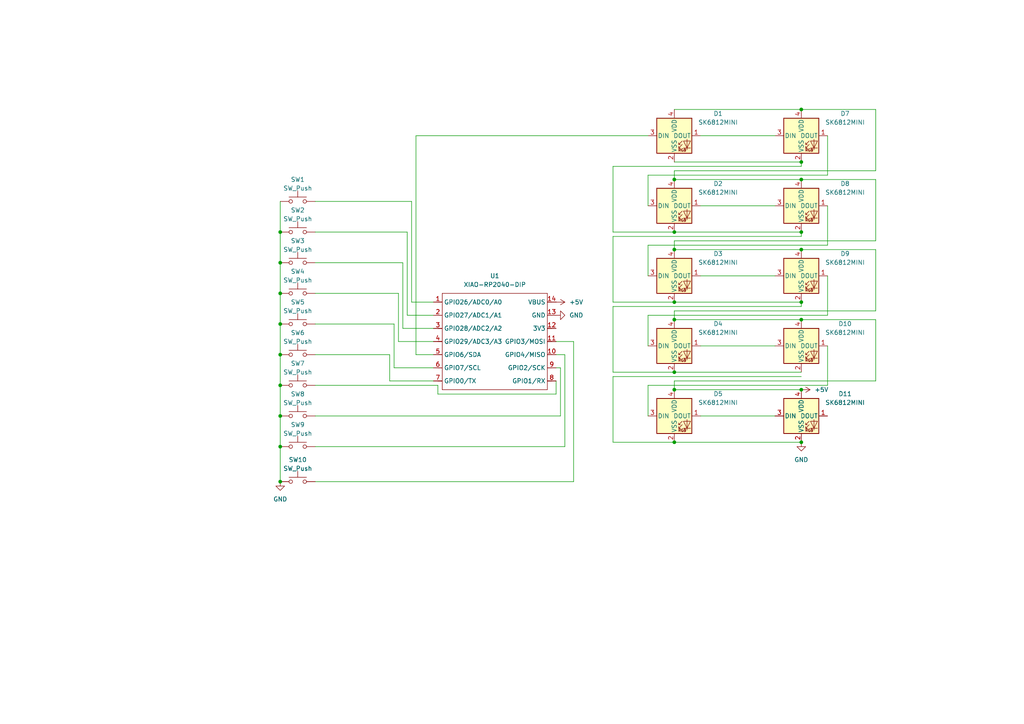
<source format=kicad_sch>
(kicad_sch
	(version 20250114)
	(generator "eeschema")
	(generator_version "9.0")
	(uuid "cac474f4-36ee-4cf7-bc98-e016767be2a6")
	(paper "A4")
	(lib_symbols
		(symbol "LED:SK6812MINI"
			(pin_names
				(offset 0.254)
			)
			(exclude_from_sim no)
			(in_bom yes)
			(on_board yes)
			(property "Reference" "D"
				(at 5.08 5.715 0)
				(effects
					(font
						(size 1.27 1.27)
					)
					(justify right bottom)
				)
			)
			(property "Value" "SK6812MINI"
				(at 1.27 -5.715 0)
				(effects
					(font
						(size 1.27 1.27)
					)
					(justify left top)
				)
			)
			(property "Footprint" "LED_SMD:LED_SK6812MINI_PLCC4_3.5x3.5mm_P1.75mm"
				(at 1.27 -7.62 0)
				(effects
					(font
						(size 1.27 1.27)
					)
					(justify left top)
					(hide yes)
				)
			)
			(property "Datasheet" "https://cdn-shop.adafruit.com/product-files/2686/SK6812MINI_REV.01-1-2.pdf"
				(at 2.54 -9.525 0)
				(effects
					(font
						(size 1.27 1.27)
					)
					(justify left top)
					(hide yes)
				)
			)
			(property "Description" "RGB LED with integrated controller"
				(at 0 0 0)
				(effects
					(font
						(size 1.27 1.27)
					)
					(hide yes)
				)
			)
			(property "ki_keywords" "RGB LED NeoPixel Mini addressable"
				(at 0 0 0)
				(effects
					(font
						(size 1.27 1.27)
					)
					(hide yes)
				)
			)
			(property "ki_fp_filters" "LED*SK6812MINI*PLCC*3.5x3.5mm*P1.75mm*"
				(at 0 0 0)
				(effects
					(font
						(size 1.27 1.27)
					)
					(hide yes)
				)
			)
			(symbol "SK6812MINI_0_0"
				(text "RGB"
					(at 2.286 -4.191 0)
					(effects
						(font
							(size 0.762 0.762)
						)
					)
				)
			)
			(symbol "SK6812MINI_0_1"
				(polyline
					(pts
						(xy 1.27 -2.54) (xy 1.778 -2.54)
					)
					(stroke
						(width 0)
						(type default)
					)
					(fill
						(type none)
					)
				)
				(polyline
					(pts
						(xy 1.27 -3.556) (xy 1.778 -3.556)
					)
					(stroke
						(width 0)
						(type default)
					)
					(fill
						(type none)
					)
				)
				(polyline
					(pts
						(xy 2.286 -1.524) (xy 1.27 -2.54) (xy 1.27 -2.032)
					)
					(stroke
						(width 0)
						(type default)
					)
					(fill
						(type none)
					)
				)
				(polyline
					(pts
						(xy 2.286 -2.54) (xy 1.27 -3.556) (xy 1.27 -3.048)
					)
					(stroke
						(width 0)
						(type default)
					)
					(fill
						(type none)
					)
				)
				(polyline
					(pts
						(xy 3.683 -1.016) (xy 3.683 -3.556) (xy 3.683 -4.064)
					)
					(stroke
						(width 0)
						(type default)
					)
					(fill
						(type none)
					)
				)
				(polyline
					(pts
						(xy 4.699 -1.524) (xy 2.667 -1.524) (xy 3.683 -3.556) (xy 4.699 -1.524)
					)
					(stroke
						(width 0)
						(type default)
					)
					(fill
						(type none)
					)
				)
				(polyline
					(pts
						(xy 4.699 -3.556) (xy 2.667 -3.556)
					)
					(stroke
						(width 0)
						(type default)
					)
					(fill
						(type none)
					)
				)
				(rectangle
					(start 5.08 5.08)
					(end -5.08 -5.08)
					(stroke
						(width 0.254)
						(type default)
					)
					(fill
						(type background)
					)
				)
			)
			(symbol "SK6812MINI_1_1"
				(pin input line
					(at -7.62 0 0)
					(length 2.54)
					(name "DIN"
						(effects
							(font
								(size 1.27 1.27)
							)
						)
					)
					(number "3"
						(effects
							(font
								(size 1.27 1.27)
							)
						)
					)
				)
				(pin power_in line
					(at 0 7.62 270)
					(length 2.54)
					(name "VDD"
						(effects
							(font
								(size 1.27 1.27)
							)
						)
					)
					(number "4"
						(effects
							(font
								(size 1.27 1.27)
							)
						)
					)
				)
				(pin power_in line
					(at 0 -7.62 90)
					(length 2.54)
					(name "VSS"
						(effects
							(font
								(size 1.27 1.27)
							)
						)
					)
					(number "2"
						(effects
							(font
								(size 1.27 1.27)
							)
						)
					)
				)
				(pin output line
					(at 7.62 0 180)
					(length 2.54)
					(name "DOUT"
						(effects
							(font
								(size 1.27 1.27)
							)
						)
					)
					(number "1"
						(effects
							(font
								(size 1.27 1.27)
							)
						)
					)
				)
			)
			(embedded_fonts no)
		)
		(symbol "Seeed_Studio_XIAO_Series:XIAO-RP2040-DIP"
			(exclude_from_sim no)
			(in_bom yes)
			(on_board yes)
			(property "Reference" "U"
				(at 0 0 0)
				(effects
					(font
						(size 1.27 1.27)
					)
				)
			)
			(property "Value" "XIAO-RP2040-DIP"
				(at 5.334 -1.778 0)
				(effects
					(font
						(size 1.27 1.27)
					)
				)
			)
			(property "Footprint" "Module:MOUDLE14P-XIAO-DIP-SMD"
				(at 14.478 -32.258 0)
				(effects
					(font
						(size 1.27 1.27)
					)
					(hide yes)
				)
			)
			(property "Datasheet" ""
				(at 0 0 0)
				(effects
					(font
						(size 1.27 1.27)
					)
					(hide yes)
				)
			)
			(property "Description" ""
				(at 0 0 0)
				(effects
					(font
						(size 1.27 1.27)
					)
					(hide yes)
				)
			)
			(symbol "XIAO-RP2040-DIP_1_0"
				(polyline
					(pts
						(xy -1.27 -2.54) (xy 29.21 -2.54)
					)
					(stroke
						(width 0.1524)
						(type solid)
					)
					(fill
						(type none)
					)
				)
				(polyline
					(pts
						(xy -1.27 -5.08) (xy -2.54 -5.08)
					)
					(stroke
						(width 0.1524)
						(type solid)
					)
					(fill
						(type none)
					)
				)
				(polyline
					(pts
						(xy -1.27 -5.08) (xy -1.27 -2.54)
					)
					(stroke
						(width 0.1524)
						(type solid)
					)
					(fill
						(type none)
					)
				)
				(polyline
					(pts
						(xy -1.27 -8.89) (xy -2.54 -8.89)
					)
					(stroke
						(width 0.1524)
						(type solid)
					)
					(fill
						(type none)
					)
				)
				(polyline
					(pts
						(xy -1.27 -8.89) (xy -1.27 -5.08)
					)
					(stroke
						(width 0.1524)
						(type solid)
					)
					(fill
						(type none)
					)
				)
				(polyline
					(pts
						(xy -1.27 -12.7) (xy -2.54 -12.7)
					)
					(stroke
						(width 0.1524)
						(type solid)
					)
					(fill
						(type none)
					)
				)
				(polyline
					(pts
						(xy -1.27 -12.7) (xy -1.27 -8.89)
					)
					(stroke
						(width 0.1524)
						(type solid)
					)
					(fill
						(type none)
					)
				)
				(polyline
					(pts
						(xy -1.27 -16.51) (xy -2.54 -16.51)
					)
					(stroke
						(width 0.1524)
						(type solid)
					)
					(fill
						(type none)
					)
				)
				(polyline
					(pts
						(xy -1.27 -16.51) (xy -1.27 -12.7)
					)
					(stroke
						(width 0.1524)
						(type solid)
					)
					(fill
						(type none)
					)
				)
				(polyline
					(pts
						(xy -1.27 -20.32) (xy -2.54 -20.32)
					)
					(stroke
						(width 0.1524)
						(type solid)
					)
					(fill
						(type none)
					)
				)
				(polyline
					(pts
						(xy -1.27 -24.13) (xy -2.54 -24.13)
					)
					(stroke
						(width 0.1524)
						(type solid)
					)
					(fill
						(type none)
					)
				)
				(polyline
					(pts
						(xy -1.27 -27.94) (xy -2.54 -27.94)
					)
					(stroke
						(width 0.1524)
						(type solid)
					)
					(fill
						(type none)
					)
				)
				(polyline
					(pts
						(xy -1.27 -30.48) (xy -1.27 -16.51)
					)
					(stroke
						(width 0.1524)
						(type solid)
					)
					(fill
						(type none)
					)
				)
				(polyline
					(pts
						(xy 29.21 -2.54) (xy 29.21 -5.08)
					)
					(stroke
						(width 0.1524)
						(type solid)
					)
					(fill
						(type none)
					)
				)
				(polyline
					(pts
						(xy 29.21 -5.08) (xy 29.21 -8.89)
					)
					(stroke
						(width 0.1524)
						(type solid)
					)
					(fill
						(type none)
					)
				)
				(polyline
					(pts
						(xy 29.21 -8.89) (xy 29.21 -12.7)
					)
					(stroke
						(width 0.1524)
						(type solid)
					)
					(fill
						(type none)
					)
				)
				(polyline
					(pts
						(xy 29.21 -12.7) (xy 29.21 -30.48)
					)
					(stroke
						(width 0.1524)
						(type solid)
					)
					(fill
						(type none)
					)
				)
				(polyline
					(pts
						(xy 29.21 -30.48) (xy -1.27 -30.48)
					)
					(stroke
						(width 0.1524)
						(type solid)
					)
					(fill
						(type none)
					)
				)
				(polyline
					(pts
						(xy 30.48 -5.08) (xy 29.21 -5.08)
					)
					(stroke
						(width 0.1524)
						(type solid)
					)
					(fill
						(type none)
					)
				)
				(polyline
					(pts
						(xy 30.48 -8.89) (xy 29.21 -8.89)
					)
					(stroke
						(width 0.1524)
						(type solid)
					)
					(fill
						(type none)
					)
				)
				(polyline
					(pts
						(xy 30.48 -12.7) (xy 29.21 -12.7)
					)
					(stroke
						(width 0.1524)
						(type solid)
					)
					(fill
						(type none)
					)
				)
				(polyline
					(pts
						(xy 30.48 -16.51) (xy 29.21 -16.51)
					)
					(stroke
						(width 0.1524)
						(type solid)
					)
					(fill
						(type none)
					)
				)
				(polyline
					(pts
						(xy 30.48 -20.32) (xy 29.21 -20.32)
					)
					(stroke
						(width 0.1524)
						(type solid)
					)
					(fill
						(type none)
					)
				)
				(polyline
					(pts
						(xy 30.48 -24.13) (xy 29.21 -24.13)
					)
					(stroke
						(width 0.1524)
						(type solid)
					)
					(fill
						(type none)
					)
				)
				(polyline
					(pts
						(xy 30.48 -27.94) (xy 29.21 -27.94)
					)
					(stroke
						(width 0.1524)
						(type solid)
					)
					(fill
						(type none)
					)
				)
				(pin passive line
					(at -3.81 -5.08 0)
					(length 2.54)
					(name "GPIO26/ADC0/A0"
						(effects
							(font
								(size 1.27 1.27)
							)
						)
					)
					(number "1"
						(effects
							(font
								(size 1.27 1.27)
							)
						)
					)
				)
				(pin passive line
					(at -3.81 -8.89 0)
					(length 2.54)
					(name "GPIO27/ADC1/A1"
						(effects
							(font
								(size 1.27 1.27)
							)
						)
					)
					(number "2"
						(effects
							(font
								(size 1.27 1.27)
							)
						)
					)
				)
				(pin passive line
					(at -3.81 -12.7 0)
					(length 2.54)
					(name "GPIO28/ADC2/A2"
						(effects
							(font
								(size 1.27 1.27)
							)
						)
					)
					(number "3"
						(effects
							(font
								(size 1.27 1.27)
							)
						)
					)
				)
				(pin passive line
					(at -3.81 -16.51 0)
					(length 2.54)
					(name "GPIO29/ADC3/A3"
						(effects
							(font
								(size 1.27 1.27)
							)
						)
					)
					(number "4"
						(effects
							(font
								(size 1.27 1.27)
							)
						)
					)
				)
				(pin passive line
					(at -3.81 -20.32 0)
					(length 2.54)
					(name "GPIO6/SDA"
						(effects
							(font
								(size 1.27 1.27)
							)
						)
					)
					(number "5"
						(effects
							(font
								(size 1.27 1.27)
							)
						)
					)
				)
				(pin passive line
					(at -3.81 -24.13 0)
					(length 2.54)
					(name "GPIO7/SCL"
						(effects
							(font
								(size 1.27 1.27)
							)
						)
					)
					(number "6"
						(effects
							(font
								(size 1.27 1.27)
							)
						)
					)
				)
				(pin passive line
					(at -3.81 -27.94 0)
					(length 2.54)
					(name "GPIO0/TX"
						(effects
							(font
								(size 1.27 1.27)
							)
						)
					)
					(number "7"
						(effects
							(font
								(size 1.27 1.27)
							)
						)
					)
				)
				(pin passive line
					(at 31.75 -5.08 180)
					(length 2.54)
					(name "VBUS"
						(effects
							(font
								(size 1.27 1.27)
							)
						)
					)
					(number "14"
						(effects
							(font
								(size 1.27 1.27)
							)
						)
					)
				)
				(pin passive line
					(at 31.75 -8.89 180)
					(length 2.54)
					(name "GND"
						(effects
							(font
								(size 1.27 1.27)
							)
						)
					)
					(number "13"
						(effects
							(font
								(size 1.27 1.27)
							)
						)
					)
				)
				(pin passive line
					(at 31.75 -12.7 180)
					(length 2.54)
					(name "3V3"
						(effects
							(font
								(size 1.27 1.27)
							)
						)
					)
					(number "12"
						(effects
							(font
								(size 1.27 1.27)
							)
						)
					)
				)
				(pin passive line
					(at 31.75 -16.51 180)
					(length 2.54)
					(name "GPIO3/MOSI"
						(effects
							(font
								(size 1.27 1.27)
							)
						)
					)
					(number "11"
						(effects
							(font
								(size 1.27 1.27)
							)
						)
					)
				)
				(pin passive line
					(at 31.75 -20.32 180)
					(length 2.54)
					(name "GPIO4/MISO"
						(effects
							(font
								(size 1.27 1.27)
							)
						)
					)
					(number "10"
						(effects
							(font
								(size 1.27 1.27)
							)
						)
					)
				)
				(pin passive line
					(at 31.75 -24.13 180)
					(length 2.54)
					(name "GPIO2/SCK"
						(effects
							(font
								(size 1.27 1.27)
							)
						)
					)
					(number "9"
						(effects
							(font
								(size 1.27 1.27)
							)
						)
					)
				)
				(pin passive line
					(at 31.75 -27.94 180)
					(length 2.54)
					(name "GPIO1/RX"
						(effects
							(font
								(size 1.27 1.27)
							)
						)
					)
					(number "8"
						(effects
							(font
								(size 1.27 1.27)
							)
						)
					)
				)
			)
			(embedded_fonts no)
		)
		(symbol "Switch:SW_Push"
			(pin_numbers
				(hide yes)
			)
			(pin_names
				(offset 1.016)
				(hide yes)
			)
			(exclude_from_sim no)
			(in_bom yes)
			(on_board yes)
			(property "Reference" "SW"
				(at 1.27 2.54 0)
				(effects
					(font
						(size 1.27 1.27)
					)
					(justify left)
				)
			)
			(property "Value" "SW_Push"
				(at 0 -1.524 0)
				(effects
					(font
						(size 1.27 1.27)
					)
				)
			)
			(property "Footprint" ""
				(at 0 5.08 0)
				(effects
					(font
						(size 1.27 1.27)
					)
					(hide yes)
				)
			)
			(property "Datasheet" "~"
				(at 0 5.08 0)
				(effects
					(font
						(size 1.27 1.27)
					)
					(hide yes)
				)
			)
			(property "Description" "Push button switch, generic, two pins"
				(at 0 0 0)
				(effects
					(font
						(size 1.27 1.27)
					)
					(hide yes)
				)
			)
			(property "ki_keywords" "switch normally-open pushbutton push-button"
				(at 0 0 0)
				(effects
					(font
						(size 1.27 1.27)
					)
					(hide yes)
				)
			)
			(symbol "SW_Push_0_1"
				(circle
					(center -2.032 0)
					(radius 0.508)
					(stroke
						(width 0)
						(type default)
					)
					(fill
						(type none)
					)
				)
				(polyline
					(pts
						(xy 0 1.27) (xy 0 3.048)
					)
					(stroke
						(width 0)
						(type default)
					)
					(fill
						(type none)
					)
				)
				(circle
					(center 2.032 0)
					(radius 0.508)
					(stroke
						(width 0)
						(type default)
					)
					(fill
						(type none)
					)
				)
				(polyline
					(pts
						(xy 2.54 1.27) (xy -2.54 1.27)
					)
					(stroke
						(width 0)
						(type default)
					)
					(fill
						(type none)
					)
				)
				(pin passive line
					(at -5.08 0 0)
					(length 2.54)
					(name "1"
						(effects
							(font
								(size 1.27 1.27)
							)
						)
					)
					(number "1"
						(effects
							(font
								(size 1.27 1.27)
							)
						)
					)
				)
				(pin passive line
					(at 5.08 0 180)
					(length 2.54)
					(name "2"
						(effects
							(font
								(size 1.27 1.27)
							)
						)
					)
					(number "2"
						(effects
							(font
								(size 1.27 1.27)
							)
						)
					)
				)
			)
			(embedded_fonts no)
		)
		(symbol "power:+5V"
			(power)
			(pin_numbers
				(hide yes)
			)
			(pin_names
				(offset 0)
				(hide yes)
			)
			(exclude_from_sim no)
			(in_bom yes)
			(on_board yes)
			(property "Reference" "#PWR"
				(at 0 -3.81 0)
				(effects
					(font
						(size 1.27 1.27)
					)
					(hide yes)
				)
			)
			(property "Value" "+5V"
				(at 0 3.556 0)
				(effects
					(font
						(size 1.27 1.27)
					)
				)
			)
			(property "Footprint" ""
				(at 0 0 0)
				(effects
					(font
						(size 1.27 1.27)
					)
					(hide yes)
				)
			)
			(property "Datasheet" ""
				(at 0 0 0)
				(effects
					(font
						(size 1.27 1.27)
					)
					(hide yes)
				)
			)
			(property "Description" "Power symbol creates a global label with name \"+5V\""
				(at 0 0 0)
				(effects
					(font
						(size 1.27 1.27)
					)
					(hide yes)
				)
			)
			(property "ki_keywords" "global power"
				(at 0 0 0)
				(effects
					(font
						(size 1.27 1.27)
					)
					(hide yes)
				)
			)
			(symbol "+5V_0_1"
				(polyline
					(pts
						(xy -0.762 1.27) (xy 0 2.54)
					)
					(stroke
						(width 0)
						(type default)
					)
					(fill
						(type none)
					)
				)
				(polyline
					(pts
						(xy 0 2.54) (xy 0.762 1.27)
					)
					(stroke
						(width 0)
						(type default)
					)
					(fill
						(type none)
					)
				)
				(polyline
					(pts
						(xy 0 0) (xy 0 2.54)
					)
					(stroke
						(width 0)
						(type default)
					)
					(fill
						(type none)
					)
				)
			)
			(symbol "+5V_1_1"
				(pin power_in line
					(at 0 0 90)
					(length 0)
					(name "~"
						(effects
							(font
								(size 1.27 1.27)
							)
						)
					)
					(number "1"
						(effects
							(font
								(size 1.27 1.27)
							)
						)
					)
				)
			)
			(embedded_fonts no)
		)
		(symbol "power:GND"
			(power)
			(pin_numbers
				(hide yes)
			)
			(pin_names
				(offset 0)
				(hide yes)
			)
			(exclude_from_sim no)
			(in_bom yes)
			(on_board yes)
			(property "Reference" "#PWR"
				(at 0 -6.35 0)
				(effects
					(font
						(size 1.27 1.27)
					)
					(hide yes)
				)
			)
			(property "Value" "GND"
				(at 0 -3.81 0)
				(effects
					(font
						(size 1.27 1.27)
					)
				)
			)
			(property "Footprint" ""
				(at 0 0 0)
				(effects
					(font
						(size 1.27 1.27)
					)
					(hide yes)
				)
			)
			(property "Datasheet" ""
				(at 0 0 0)
				(effects
					(font
						(size 1.27 1.27)
					)
					(hide yes)
				)
			)
			(property "Description" "Power symbol creates a global label with name \"GND\" , ground"
				(at 0 0 0)
				(effects
					(font
						(size 1.27 1.27)
					)
					(hide yes)
				)
			)
			(property "ki_keywords" "global power"
				(at 0 0 0)
				(effects
					(font
						(size 1.27 1.27)
					)
					(hide yes)
				)
			)
			(symbol "GND_0_1"
				(polyline
					(pts
						(xy 0 0) (xy 0 -1.27) (xy 1.27 -1.27) (xy 0 -2.54) (xy -1.27 -1.27) (xy 0 -1.27)
					)
					(stroke
						(width 0)
						(type default)
					)
					(fill
						(type none)
					)
				)
			)
			(symbol "GND_1_1"
				(pin power_in line
					(at 0 0 270)
					(length 0)
					(name "~"
						(effects
							(font
								(size 1.27 1.27)
							)
						)
					)
					(number "1"
						(effects
							(font
								(size 1.27 1.27)
							)
						)
					)
				)
			)
			(embedded_fonts no)
		)
	)
	(junction
		(at 232.41 113.03)
		(diameter 0)
		(color 0 0 0 0)
		(uuid "063ff5d5-a916-48e4-8370-31985d5e1f32")
	)
	(junction
		(at 195.58 92.71)
		(diameter 0)
		(color 0 0 0 0)
		(uuid "0770d510-6a91-4ce3-a16d-868712595f3f")
	)
	(junction
		(at 195.58 87.63)
		(diameter 0)
		(color 0 0 0 0)
		(uuid "18051340-45d8-45a2-96b8-4316365384b6")
	)
	(junction
		(at 232.41 87.63)
		(diameter 0)
		(color 0 0 0 0)
		(uuid "20e6ae57-98a2-44b0-b72a-5da0c70ae8a6")
	)
	(junction
		(at 195.58 128.27)
		(diameter 0)
		(color 0 0 0 0)
		(uuid "470214eb-5b61-48d7-a547-aacb7d099a2c")
	)
	(junction
		(at 81.28 111.76)
		(diameter 0)
		(color 0 0 0 0)
		(uuid "52eb8f6d-3aed-4c38-a86a-497cc6f3f194")
	)
	(junction
		(at 232.41 31.75)
		(diameter 0)
		(color 0 0 0 0)
		(uuid "5b0d30f7-3e77-41be-a6f6-04d1e132d66b")
	)
	(junction
		(at 195.58 52.07)
		(diameter 0)
		(color 0 0 0 0)
		(uuid "60ae0754-43de-4f51-bb0e-8454334d7d4a")
	)
	(junction
		(at 81.28 76.2)
		(diameter 0)
		(color 0 0 0 0)
		(uuid "6437d474-3dae-42d8-8a0e-28a1abc1537b")
	)
	(junction
		(at 81.28 102.87)
		(diameter 0)
		(color 0 0 0 0)
		(uuid "66a6b08b-536d-4d24-9226-e534997fb98b")
	)
	(junction
		(at 232.41 67.31)
		(diameter 0)
		(color 0 0 0 0)
		(uuid "74b60dd5-c05a-4ee5-b1ab-bea3ca2e1c36")
	)
	(junction
		(at 81.28 93.98)
		(diameter 0)
		(color 0 0 0 0)
		(uuid "7cee5685-845f-453f-85f4-07eca1ea7407")
	)
	(junction
		(at 81.28 67.31)
		(diameter 0)
		(color 0 0 0 0)
		(uuid "8249a6cb-123c-483a-b269-8c1428431520")
	)
	(junction
		(at 232.41 128.27)
		(diameter 0)
		(color 0 0 0 0)
		(uuid "87e2ab82-1412-4d55-be60-9803c36e0d76")
	)
	(junction
		(at 81.28 129.54)
		(diameter 0)
		(color 0 0 0 0)
		(uuid "89f40b50-06f8-4b22-a58b-e637bdc45dc7")
	)
	(junction
		(at 232.41 92.71)
		(diameter 0)
		(color 0 0 0 0)
		(uuid "9ae555d4-6864-468f-a84b-bb8b4c891e4c")
	)
	(junction
		(at 81.28 139.7)
		(diameter 0)
		(color 0 0 0 0)
		(uuid "a5fecbab-1482-46c8-8e19-e8516597c21d")
	)
	(junction
		(at 81.28 85.09)
		(diameter 0)
		(color 0 0 0 0)
		(uuid "b36b13f1-92bc-4d22-a3b5-1bdb1587b42d")
	)
	(junction
		(at 195.58 113.03)
		(diameter 0)
		(color 0 0 0 0)
		(uuid "c0118430-b66f-42dc-9a70-2cef9e4fdfd1")
	)
	(junction
		(at 195.58 72.39)
		(diameter 0)
		(color 0 0 0 0)
		(uuid "c029eea7-90af-419f-8087-b63360f913b3")
	)
	(junction
		(at 232.41 72.39)
		(diameter 0)
		(color 0 0 0 0)
		(uuid "d0ba2ee2-0501-444a-bcda-96e7d2fec396")
	)
	(junction
		(at 232.41 46.99)
		(diameter 0)
		(color 0 0 0 0)
		(uuid "da60c254-cb3f-4764-a074-a85ee0edbb8a")
	)
	(junction
		(at 81.28 120.65)
		(diameter 0)
		(color 0 0 0 0)
		(uuid "e36106d1-6e31-4d4c-9eb8-a06be6b93561")
	)
	(junction
		(at 195.58 107.95)
		(diameter 0)
		(color 0 0 0 0)
		(uuid "e58f21df-5670-4d38-bf94-e726f8d12e90")
	)
	(junction
		(at 232.41 52.07)
		(diameter 0)
		(color 0 0 0 0)
		(uuid "e817cf65-65c6-4170-83a5-e5ad644c9bac")
	)
	(junction
		(at 195.58 67.31)
		(diameter 0)
		(color 0 0 0 0)
		(uuid "fc0cd2fd-1e5f-4453-b251-9e03f8365b34")
	)
	(wire
		(pts
			(xy 195.58 110.49) (xy 195.58 113.03)
		)
		(stroke
			(width 0)
			(type default)
		)
		(uuid "05425152-40cb-444e-afe9-86f2ecb939f7")
	)
	(wire
		(pts
			(xy 240.03 100.33) (xy 240.03 111.76)
		)
		(stroke
			(width 0)
			(type default)
		)
		(uuid "07051f5b-3107-483b-9d0d-87754e3e772c")
	)
	(wire
		(pts
			(xy 81.28 85.09) (xy 81.28 93.98)
		)
		(stroke
			(width 0)
			(type default)
		)
		(uuid "0a670e4a-616f-4af7-ab55-97405aaecb0e")
	)
	(wire
		(pts
			(xy 232.41 109.22) (xy 177.8 109.22)
		)
		(stroke
			(width 0)
			(type default)
		)
		(uuid "0b6cac6d-7377-4659-87f1-da623a8cb702")
	)
	(wire
		(pts
			(xy 118.11 67.31) (xy 118.11 91.44)
		)
		(stroke
			(width 0)
			(type default)
		)
		(uuid "158b089e-52c6-4bb8-9954-f848b5cbbd56")
	)
	(wire
		(pts
			(xy 232.41 68.58) (xy 177.8 68.58)
		)
		(stroke
			(width 0)
			(type default)
		)
		(uuid "15cc5f88-ba88-44e6-9ab1-79d94909b9a4")
	)
	(wire
		(pts
			(xy 81.28 67.31) (xy 81.28 76.2)
		)
		(stroke
			(width 0)
			(type default)
		)
		(uuid "1690eb86-ecb2-4baf-bb1a-b6046464a246")
	)
	(wire
		(pts
			(xy 187.96 71.12) (xy 187.96 80.01)
		)
		(stroke
			(width 0)
			(type default)
		)
		(uuid "1fcb4288-d732-456f-99f0-6c2902c40fc6")
	)
	(wire
		(pts
			(xy 203.2 59.69) (xy 224.79 59.69)
		)
		(stroke
			(width 0)
			(type default)
		)
		(uuid "2055cc5b-2918-43b1-a96d-937589308543")
	)
	(wire
		(pts
			(xy 118.11 91.44) (xy 125.73 91.44)
		)
		(stroke
			(width 0)
			(type default)
		)
		(uuid "21cbb2fe-2091-4fdb-9ab0-5de0bcedee4f")
	)
	(wire
		(pts
			(xy 114.3 93.98) (xy 114.3 106.68)
		)
		(stroke
			(width 0)
			(type default)
		)
		(uuid "2240eda8-6c1e-4099-aa72-216ffb1d14fd")
	)
	(wire
		(pts
			(xy 81.28 102.87) (xy 81.28 111.76)
		)
		(stroke
			(width 0)
			(type default)
		)
		(uuid "2384e88b-9407-4d4c-ae45-fa6ef67c24e9")
	)
	(wire
		(pts
			(xy 254 52.07) (xy 254 69.85)
		)
		(stroke
			(width 0)
			(type default)
		)
		(uuid "23d9e3e6-da64-4d3f-8e08-dff291287f5b")
	)
	(wire
		(pts
			(xy 161.29 102.87) (xy 163.83 102.87)
		)
		(stroke
			(width 0)
			(type default)
		)
		(uuid "24e1392a-1cfa-4d01-8af9-879e024cdc19")
	)
	(wire
		(pts
			(xy 91.44 85.09) (xy 115.57 85.09)
		)
		(stroke
			(width 0)
			(type default)
		)
		(uuid "2677e57e-529c-46ee-9eae-2ec4ef5761d5")
	)
	(wire
		(pts
			(xy 187.96 111.76) (xy 187.96 120.65)
		)
		(stroke
			(width 0)
			(type default)
		)
		(uuid "26f41f73-f9a3-487f-af3e-df325df6d986")
	)
	(wire
		(pts
			(xy 195.58 67.31) (xy 232.41 67.31)
		)
		(stroke
			(width 0)
			(type default)
		)
		(uuid "299e4871-5da2-48f2-ad97-e525e4174269")
	)
	(wire
		(pts
			(xy 240.03 91.44) (xy 187.96 91.44)
		)
		(stroke
			(width 0)
			(type default)
		)
		(uuid "2acd6f6f-1080-497d-afe2-ce72133bef0e")
	)
	(wire
		(pts
			(xy 177.8 109.22) (xy 177.8 128.27)
		)
		(stroke
			(width 0)
			(type default)
		)
		(uuid "2cf32a90-797e-4092-9918-7256cda60b0e")
	)
	(wire
		(pts
			(xy 240.03 39.37) (xy 240.03 50.8)
		)
		(stroke
			(width 0)
			(type default)
		)
		(uuid "2ece0a47-9de5-45db-bf83-0f99194ef5ab")
	)
	(wire
		(pts
			(xy 240.03 80.01) (xy 240.03 91.44)
		)
		(stroke
			(width 0)
			(type default)
		)
		(uuid "35504d3c-c7de-4667-a028-05c153f3bd47")
	)
	(wire
		(pts
			(xy 166.37 139.7) (xy 166.37 99.06)
		)
		(stroke
			(width 0)
			(type default)
		)
		(uuid "389a889b-e2ee-4571-b594-238e47885064")
	)
	(wire
		(pts
			(xy 254 31.75) (xy 254 49.53)
		)
		(stroke
			(width 0)
			(type default)
		)
		(uuid "399a81b9-b1c9-4dbc-a6f9-e79aea4464b2")
	)
	(wire
		(pts
			(xy 177.8 88.9) (xy 177.8 107.95)
		)
		(stroke
			(width 0)
			(type default)
		)
		(uuid "3d6a4cd4-3204-4c56-a6ca-419f625d450a")
	)
	(wire
		(pts
			(xy 177.8 128.27) (xy 195.58 128.27)
		)
		(stroke
			(width 0)
			(type default)
		)
		(uuid "3ef249b6-11b8-4668-a94b-cd633563a8d8")
	)
	(wire
		(pts
			(xy 187.96 39.37) (xy 120.65 39.37)
		)
		(stroke
			(width 0)
			(type default)
		)
		(uuid "44b854a9-d5d5-4559-a954-91b860ae6c2d")
	)
	(wire
		(pts
			(xy 81.28 111.76) (xy 81.28 120.65)
		)
		(stroke
			(width 0)
			(type default)
		)
		(uuid "456382be-fe8a-460a-8c55-95e420792468")
	)
	(wire
		(pts
			(xy 81.28 58.42) (xy 81.28 67.31)
		)
		(stroke
			(width 0)
			(type default)
		)
		(uuid "461d6acb-6be4-40dc-b562-62a924f14812")
	)
	(wire
		(pts
			(xy 195.58 87.63) (xy 232.41 87.63)
		)
		(stroke
			(width 0)
			(type default)
		)
		(uuid "4774efb1-2efe-41ff-885e-91283a7ab9e0")
	)
	(wire
		(pts
			(xy 115.57 85.09) (xy 115.57 99.06)
		)
		(stroke
			(width 0)
			(type default)
		)
		(uuid "487d2d5d-1e0e-4e64-acbb-aa19963d2188")
	)
	(wire
		(pts
			(xy 91.44 139.7) (xy 166.37 139.7)
		)
		(stroke
			(width 0)
			(type default)
		)
		(uuid "4a192263-b0c4-42bb-80ab-d5e5a43b608e")
	)
	(wire
		(pts
			(xy 203.2 80.01) (xy 224.79 80.01)
		)
		(stroke
			(width 0)
			(type default)
		)
		(uuid "4bf5509d-1ac2-4974-a2ba-bd3fbd711fab")
	)
	(wire
		(pts
			(xy 240.03 59.69) (xy 240.03 71.12)
		)
		(stroke
			(width 0)
			(type default)
		)
		(uuid "4c2e29cb-a79c-49f4-a749-056a0878375b")
	)
	(wire
		(pts
			(xy 203.2 120.65) (xy 224.79 120.65)
		)
		(stroke
			(width 0)
			(type default)
		)
		(uuid "50afaf35-c4a1-4fe7-ab92-ec3f4403c56e")
	)
	(wire
		(pts
			(xy 203.2 39.37) (xy 224.79 39.37)
		)
		(stroke
			(width 0)
			(type default)
		)
		(uuid "553bc15a-d940-43ef-b4ac-a0078549b794")
	)
	(wire
		(pts
			(xy 120.65 102.87) (xy 125.73 102.87)
		)
		(stroke
			(width 0)
			(type default)
		)
		(uuid "56301bcf-ef5c-47fb-8bbf-fa5ab1dc7c15")
	)
	(wire
		(pts
			(xy 81.28 129.54) (xy 81.28 139.7)
		)
		(stroke
			(width 0)
			(type default)
		)
		(uuid "5fdde856-db69-4a50-94db-0ae30c3ca589")
	)
	(wire
		(pts
			(xy 116.84 76.2) (xy 116.84 95.25)
		)
		(stroke
			(width 0)
			(type default)
		)
		(uuid "664cf005-d288-4d04-8c04-90bbfcac1a4c")
	)
	(wire
		(pts
			(xy 162.56 106.68) (xy 161.29 106.68)
		)
		(stroke
			(width 0)
			(type default)
		)
		(uuid "70cc8d09-74e3-47c9-8da9-33555ea9eda8")
	)
	(wire
		(pts
			(xy 195.58 31.75) (xy 232.41 31.75)
		)
		(stroke
			(width 0)
			(type default)
		)
		(uuid "70d4be21-a173-40fa-b675-33b63fa248da")
	)
	(wire
		(pts
			(xy 161.29 110.49) (xy 161.29 114.3)
		)
		(stroke
			(width 0)
			(type default)
		)
		(uuid "77dc425a-18b8-4e72-b58a-d838048de298")
	)
	(wire
		(pts
			(xy 195.58 72.39) (xy 232.41 72.39)
		)
		(stroke
			(width 0)
			(type default)
		)
		(uuid "79a6e633-58ea-4de9-bd6b-119a48526e83")
	)
	(wire
		(pts
			(xy 119.38 87.63) (xy 125.73 87.63)
		)
		(stroke
			(width 0)
			(type default)
		)
		(uuid "79d3f990-aa18-4a56-acc2-5f540723f9fd")
	)
	(wire
		(pts
			(xy 187.96 50.8) (xy 187.96 59.69)
		)
		(stroke
			(width 0)
			(type default)
		)
		(uuid "7a0bb925-e954-4312-8a7a-213de58ba694")
	)
	(wire
		(pts
			(xy 177.8 107.95) (xy 195.58 107.95)
		)
		(stroke
			(width 0)
			(type default)
		)
		(uuid "7f0bc2c2-76e0-4f87-b2ce-76239bd7486a")
	)
	(wire
		(pts
			(xy 91.44 76.2) (xy 116.84 76.2)
		)
		(stroke
			(width 0)
			(type default)
		)
		(uuid "7f75e0a8-f2df-40a3-832a-1d72e986ad73")
	)
	(wire
		(pts
			(xy 254 110.49) (xy 195.58 110.49)
		)
		(stroke
			(width 0)
			(type default)
		)
		(uuid "819dbde9-005a-4646-9c94-329f5012f322")
	)
	(wire
		(pts
			(xy 254 69.85) (xy 195.58 69.85)
		)
		(stroke
			(width 0)
			(type default)
		)
		(uuid "835cb1ae-ab63-4f20-a853-9b96369467ca")
	)
	(wire
		(pts
			(xy 240.03 71.12) (xy 187.96 71.12)
		)
		(stroke
			(width 0)
			(type default)
		)
		(uuid "859a672e-55b3-47ae-b64e-e325bae90e76")
	)
	(wire
		(pts
			(xy 91.44 111.76) (xy 127 111.76)
		)
		(stroke
			(width 0)
			(type default)
		)
		(uuid "88682928-8dda-482d-95cc-e6f2f0cdc5a5")
	)
	(wire
		(pts
			(xy 116.84 95.25) (xy 125.73 95.25)
		)
		(stroke
			(width 0)
			(type default)
		)
		(uuid "8a011010-07ef-4713-afe4-c46b54495b15")
	)
	(wire
		(pts
			(xy 115.57 99.06) (xy 125.73 99.06)
		)
		(stroke
			(width 0)
			(type default)
		)
		(uuid "8bcd9264-240d-4b1f-b7f6-c3869bd34d44")
	)
	(wire
		(pts
			(xy 81.28 120.65) (xy 81.28 129.54)
		)
		(stroke
			(width 0)
			(type default)
		)
		(uuid "8e23c467-653b-4996-875b-e0302cd5349c")
	)
	(wire
		(pts
			(xy 187.96 91.44) (xy 187.96 100.33)
		)
		(stroke
			(width 0)
			(type default)
		)
		(uuid "8e3fdcce-2e5e-43cd-89ef-bb01579ef0b4")
	)
	(wire
		(pts
			(xy 240.03 50.8) (xy 187.96 50.8)
		)
		(stroke
			(width 0)
			(type default)
		)
		(uuid "8eb2d416-1b1c-4e32-ad81-a9ba6d9aeb72")
	)
	(wire
		(pts
			(xy 163.83 129.54) (xy 163.83 102.87)
		)
		(stroke
			(width 0)
			(type default)
		)
		(uuid "8ec97b4b-6c61-4426-a3f1-5cb0af133685")
	)
	(wire
		(pts
			(xy 177.8 87.63) (xy 195.58 87.63)
		)
		(stroke
			(width 0)
			(type default)
		)
		(uuid "9101f622-b136-4642-9544-58e2bef20ae1")
	)
	(wire
		(pts
			(xy 195.58 113.03) (xy 232.41 113.03)
		)
		(stroke
			(width 0)
			(type default)
		)
		(uuid "938bd53b-c393-44c9-a6b4-6487c05ad44d")
	)
	(wire
		(pts
			(xy 91.44 129.54) (xy 163.83 129.54)
		)
		(stroke
			(width 0)
			(type default)
		)
		(uuid "97a964ba-a340-4f43-9e1d-2d0ce1949278")
	)
	(wire
		(pts
			(xy 232.41 92.71) (xy 254 92.71)
		)
		(stroke
			(width 0)
			(type default)
		)
		(uuid "9ccc6aaf-fe8c-46cf-9042-2cea347c02c0")
	)
	(wire
		(pts
			(xy 114.3 106.68) (xy 125.73 106.68)
		)
		(stroke
			(width 0)
			(type default)
		)
		(uuid "9ef8128e-88e4-4e87-81a4-c09bb384c261")
	)
	(wire
		(pts
			(xy 232.41 88.9) (xy 177.8 88.9)
		)
		(stroke
			(width 0)
			(type default)
		)
		(uuid "a15dfd9b-c02b-4a73-b2aa-20951a0692bb")
	)
	(wire
		(pts
			(xy 91.44 67.31) (xy 118.11 67.31)
		)
		(stroke
			(width 0)
			(type default)
		)
		(uuid "a229fa1c-be28-456a-9549-36abfc119d8d")
	)
	(wire
		(pts
			(xy 232.41 72.39) (xy 254 72.39)
		)
		(stroke
			(width 0)
			(type default)
		)
		(uuid "a344449b-090c-446c-8b58-a2e7c207ddd4")
	)
	(wire
		(pts
			(xy 254 90.17) (xy 195.58 90.17)
		)
		(stroke
			(width 0)
			(type default)
		)
		(uuid "a3f5a78e-ecff-41e1-a7f5-963099c0ab07")
	)
	(wire
		(pts
			(xy 232.41 48.26) (xy 177.8 48.26)
		)
		(stroke
			(width 0)
			(type default)
		)
		(uuid "a8bfc4d0-e775-45f8-b6ee-aba567f7afef")
	)
	(wire
		(pts
			(xy 120.65 39.37) (xy 120.65 102.87)
		)
		(stroke
			(width 0)
			(type default)
		)
		(uuid "a8f59446-c91b-4d27-820c-5eda49b9c0ed")
	)
	(wire
		(pts
			(xy 240.03 111.76) (xy 187.96 111.76)
		)
		(stroke
			(width 0)
			(type default)
		)
		(uuid "aaf96eb9-c3cb-447f-9d88-1270715613d9")
	)
	(wire
		(pts
			(xy 113.03 102.87) (xy 113.03 110.49)
		)
		(stroke
			(width 0)
			(type default)
		)
		(uuid "acbd8958-27db-44bf-9a6b-4a1a5f4fa935")
	)
	(wire
		(pts
			(xy 232.41 67.31) (xy 232.41 68.58)
		)
		(stroke
			(width 0)
			(type default)
		)
		(uuid "adfdee99-565a-4139-8b17-f2bab9eeafb2")
	)
	(wire
		(pts
			(xy 232.41 31.75) (xy 254 31.75)
		)
		(stroke
			(width 0)
			(type default)
		)
		(uuid "b388b5ab-2000-4ec6-9a9a-420e023e9c3d")
	)
	(wire
		(pts
			(xy 91.44 102.87) (xy 113.03 102.87)
		)
		(stroke
			(width 0)
			(type default)
		)
		(uuid "b59dcab1-1366-49db-8b0c-b33c9e1f6dec")
	)
	(wire
		(pts
			(xy 254 72.39) (xy 254 90.17)
		)
		(stroke
			(width 0)
			(type default)
		)
		(uuid "b7f58c92-cd3c-4857-be61-cb089ad0b398")
	)
	(wire
		(pts
			(xy 177.8 67.31) (xy 195.58 67.31)
		)
		(stroke
			(width 0)
			(type default)
		)
		(uuid "b97f4bdf-e6af-4745-a25a-e9fdc1eac3bc")
	)
	(wire
		(pts
			(xy 195.58 92.71) (xy 232.41 92.71)
		)
		(stroke
			(width 0)
			(type default)
		)
		(uuid "bc1645d4-d4e6-4132-bd6d-ff054b92de0c")
	)
	(wire
		(pts
			(xy 119.38 58.42) (xy 119.38 87.63)
		)
		(stroke
			(width 0)
			(type default)
		)
		(uuid "bd9e1476-ddde-467e-b771-c92a89a3f03f")
	)
	(wire
		(pts
			(xy 91.44 120.65) (xy 162.56 120.65)
		)
		(stroke
			(width 0)
			(type default)
		)
		(uuid "ca9b9d0e-036f-430a-9aca-1f1c786c7eea")
	)
	(wire
		(pts
			(xy 195.58 46.99) (xy 232.41 46.99)
		)
		(stroke
			(width 0)
			(type default)
		)
		(uuid "ce8a731a-063f-4e30-ae57-3d2bb5624ac2")
	)
	(wire
		(pts
			(xy 232.41 87.63) (xy 232.41 88.9)
		)
		(stroke
			(width 0)
			(type default)
		)
		(uuid "ced6e0ed-4320-4bb6-b226-a400ab1fbdd5")
	)
	(wire
		(pts
			(xy 81.28 76.2) (xy 81.28 85.09)
		)
		(stroke
			(width 0)
			(type default)
		)
		(uuid "cfed5f58-0b4c-4209-adb0-a5c89e4b444e")
	)
	(wire
		(pts
			(xy 127 111.76) (xy 127 114.3)
		)
		(stroke
			(width 0)
			(type default)
		)
		(uuid "cff4e63f-006c-4d86-add8-18e567e84b7d")
	)
	(wire
		(pts
			(xy 195.58 128.27) (xy 232.41 128.27)
		)
		(stroke
			(width 0)
			(type default)
		)
		(uuid "cffb10ff-01a9-4fa7-a939-82880e8b98ff")
	)
	(wire
		(pts
			(xy 162.56 120.65) (xy 162.56 106.68)
		)
		(stroke
			(width 0)
			(type default)
		)
		(uuid "d038c00e-1de6-438c-a1ce-e8357bf5da4c")
	)
	(wire
		(pts
			(xy 195.58 52.07) (xy 232.41 52.07)
		)
		(stroke
			(width 0)
			(type default)
		)
		(uuid "d0b0d97c-43ee-44c1-8d83-42d2a5d82526")
	)
	(wire
		(pts
			(xy 177.8 68.58) (xy 177.8 87.63)
		)
		(stroke
			(width 0)
			(type default)
		)
		(uuid "d4004833-dad6-4dd5-903d-26569f60b1e2")
	)
	(wire
		(pts
			(xy 203.2 100.33) (xy 224.79 100.33)
		)
		(stroke
			(width 0)
			(type default)
		)
		(uuid "d5942862-5d2f-45b3-b9bf-38afb38698b1")
	)
	(wire
		(pts
			(xy 254 49.53) (xy 195.58 49.53)
		)
		(stroke
			(width 0)
			(type default)
		)
		(uuid "d6ee7652-5dc6-4fb7-a7fe-3b36e96912a5")
	)
	(wire
		(pts
			(xy 232.41 52.07) (xy 254 52.07)
		)
		(stroke
			(width 0)
			(type default)
		)
		(uuid "ddc7d136-5a9f-4860-b06b-989375e8fd8c")
	)
	(wire
		(pts
			(xy 91.44 58.42) (xy 119.38 58.42)
		)
		(stroke
			(width 0)
			(type default)
		)
		(uuid "def35c32-99e3-4f25-935c-0379878572ee")
	)
	(wire
		(pts
			(xy 91.44 93.98) (xy 114.3 93.98)
		)
		(stroke
			(width 0)
			(type default)
		)
		(uuid "e129deac-48f9-4052-9494-82cf29366df2")
	)
	(wire
		(pts
			(xy 195.58 107.95) (xy 232.41 107.95)
		)
		(stroke
			(width 0)
			(type default)
		)
		(uuid "e36a7e1b-5c34-46ee-b0fe-61074384402b")
	)
	(wire
		(pts
			(xy 254 92.71) (xy 254 110.49)
		)
		(stroke
			(width 0)
			(type default)
		)
		(uuid "e752aecd-ce47-4909-9237-bab249d5627b")
	)
	(wire
		(pts
			(xy 177.8 48.26) (xy 177.8 67.31)
		)
		(stroke
			(width 0)
			(type default)
		)
		(uuid "e7675402-0646-4bed-94d6-7018d71aa968")
	)
	(wire
		(pts
			(xy 232.41 46.99) (xy 232.41 48.26)
		)
		(stroke
			(width 0)
			(type default)
		)
		(uuid "e85a9570-56da-4e91-ada8-5d4fc0378178")
	)
	(wire
		(pts
			(xy 195.58 69.85) (xy 195.58 72.39)
		)
		(stroke
			(width 0)
			(type default)
		)
		(uuid "ede6f65c-21d7-4920-a65d-13276c20007c")
	)
	(wire
		(pts
			(xy 81.28 93.98) (xy 81.28 102.87)
		)
		(stroke
			(width 0)
			(type default)
		)
		(uuid "ee978c21-ba05-4edc-9040-9759bbf62694")
	)
	(wire
		(pts
			(xy 113.03 110.49) (xy 125.73 110.49)
		)
		(stroke
			(width 0)
			(type default)
		)
		(uuid "eef2614b-5961-4192-969a-b3684ad80daa")
	)
	(wire
		(pts
			(xy 127 114.3) (xy 161.29 114.3)
		)
		(stroke
			(width 0)
			(type default)
		)
		(uuid "ef2f1d9c-6846-41ba-87b7-a8984393ac64")
	)
	(wire
		(pts
			(xy 161.29 99.06) (xy 166.37 99.06)
		)
		(stroke
			(width 0)
			(type default)
		)
		(uuid "f1606869-196d-45cb-8c88-be19cce64e8c")
	)
	(wire
		(pts
			(xy 195.58 90.17) (xy 195.58 92.71)
		)
		(stroke
			(width 0)
			(type default)
		)
		(uuid "f4abc7d5-c2b7-4a3a-9a02-c5755fa57144")
	)
	(wire
		(pts
			(xy 195.58 49.53) (xy 195.58 52.07)
		)
		(stroke
			(width 0)
			(type default)
		)
		(uuid "fc7417eb-b1eb-4d50-9261-0e287e33c9d3")
	)
	(symbol
		(lib_id "LED:SK6812MINI")
		(at 195.58 80.01 0)
		(unit 1)
		(exclude_from_sim no)
		(in_bom yes)
		(on_board yes)
		(dnp no)
		(uuid "0c59e900-1987-4b1b-8a32-6be5f2d39ebb")
		(property "Reference" "D3"
			(at 208.28 73.5898 0)
			(effects
				(font
					(size 1.27 1.27)
				)
			)
		)
		(property "Value" "SK6812MINI"
			(at 208.28 76.1298 0)
			(effects
				(font
					(size 1.27 1.27)
				)
			)
		)
		(property "Footprint" "LED_SMD:LED_SK6812MINI_PLCC4_3.5x3.5mm_P1.75mm"
			(at 196.85 87.63 0)
			(effects
				(font
					(size 1.27 1.27)
				)
				(justify left top)
				(hide yes)
			)
		)
		(property "Datasheet" "https://cdn-shop.adafruit.com/product-files/2686/SK6812MINI_REV.01-1-2.pdf"
			(at 198.12 89.535 0)
			(effects
				(font
					(size 1.27 1.27)
				)
				(justify left top)
				(hide yes)
			)
		)
		(property "Description" "RGB LED with integrated controller"
			(at 195.58 80.01 0)
			(effects
				(font
					(size 1.27 1.27)
				)
				(hide yes)
			)
		)
		(pin "2"
			(uuid "31e0fc5b-7e9a-4d82-8dba-abb03a54612c")
		)
		(pin "3"
			(uuid "723c7007-005d-4bfb-9bc8-95c97b622f19")
		)
		(pin "4"
			(uuid "0453427e-e698-4294-9925-31abddf2e9d9")
		)
		(pin "1"
			(uuid "d682909c-29af-4ce4-912b-0851c7fa1ce5")
		)
		(instances
			(project "Hackpad"
				(path "/cac474f4-36ee-4cf7-bc98-e016767be2a6"
					(reference "D3")
					(unit 1)
				)
			)
		)
	)
	(symbol
		(lib_id "power:+5V")
		(at 161.29 87.63 270)
		(unit 1)
		(exclude_from_sim no)
		(in_bom yes)
		(on_board yes)
		(dnp no)
		(fields_autoplaced yes)
		(uuid "16a10423-ee6e-42ce-8488-2aa59820c12b")
		(property "Reference" "#PWR01"
			(at 157.48 87.63 0)
			(effects
				(font
					(size 1.27 1.27)
				)
				(hide yes)
			)
		)
		(property "Value" "+5V"
			(at 165.1 87.6299 90)
			(effects
				(font
					(size 1.27 1.27)
				)
				(justify left)
			)
		)
		(property "Footprint" ""
			(at 161.29 87.63 0)
			(effects
				(font
					(size 1.27 1.27)
				)
				(hide yes)
			)
		)
		(property "Datasheet" ""
			(at 161.29 87.63 0)
			(effects
				(font
					(size 1.27 1.27)
				)
				(hide yes)
			)
		)
		(property "Description" "Power symbol creates a global label with name \"+5V\""
			(at 161.29 87.63 0)
			(effects
				(font
					(size 1.27 1.27)
				)
				(hide yes)
			)
		)
		(pin "1"
			(uuid "5d00251e-2066-433d-adeb-92d4a9c64014")
		)
		(instances
			(project ""
				(path "/cac474f4-36ee-4cf7-bc98-e016767be2a6"
					(reference "#PWR01")
					(unit 1)
				)
			)
		)
	)
	(symbol
		(lib_id "Switch:SW_Push")
		(at 86.36 139.7 0)
		(unit 1)
		(exclude_from_sim no)
		(in_bom yes)
		(on_board yes)
		(dnp no)
		(fields_autoplaced yes)
		(uuid "18554bf3-3e8f-41ac-a3e1-3a07fb1af729")
		(property "Reference" "SW10"
			(at 86.36 133.35 0)
			(effects
				(font
					(size 1.27 1.27)
				)
			)
		)
		(property "Value" "SW_Push"
			(at 86.36 135.89 0)
			(effects
				(font
					(size 1.27 1.27)
				)
			)
		)
		(property "Footprint" "Button_Switch_Keyboard:SW_Cherry_MX_1.00u_PCB"
			(at 86.36 134.62 0)
			(effects
				(font
					(size 1.27 1.27)
				)
				(hide yes)
			)
		)
		(property "Datasheet" "~"
			(at 86.36 134.62 0)
			(effects
				(font
					(size 1.27 1.27)
				)
				(hide yes)
			)
		)
		(property "Description" "Push button switch, generic, two pins"
			(at 86.36 139.7 0)
			(effects
				(font
					(size 1.27 1.27)
				)
				(hide yes)
			)
		)
		(pin "1"
			(uuid "f97a3d3f-c464-4513-9b4a-c9906327994e")
		)
		(pin "2"
			(uuid "ac1a9b80-0eee-4d55-95f4-4e97e11189eb")
		)
		(instances
			(project "Hackpad"
				(path "/cac474f4-36ee-4cf7-bc98-e016767be2a6"
					(reference "SW10")
					(unit 1)
				)
			)
		)
	)
	(symbol
		(lib_id "power:+5V")
		(at 232.41 113.03 270)
		(unit 1)
		(exclude_from_sim no)
		(in_bom yes)
		(on_board yes)
		(dnp no)
		(fields_autoplaced yes)
		(uuid "1860ce0c-ebeb-46f1-b6a3-65bdbf3115d8")
		(property "Reference" "#PWR03"
			(at 228.6 113.03 0)
			(effects
				(font
					(size 1.27 1.27)
				)
				(hide yes)
			)
		)
		(property "Value" "+5V"
			(at 236.22 113.0299 90)
			(effects
				(font
					(size 1.27 1.27)
				)
				(justify left)
			)
		)
		(property "Footprint" ""
			(at 232.41 113.03 0)
			(effects
				(font
					(size 1.27 1.27)
				)
				(hide yes)
			)
		)
		(property "Datasheet" ""
			(at 232.41 113.03 0)
			(effects
				(font
					(size 1.27 1.27)
				)
				(hide yes)
			)
		)
		(property "Description" "Power symbol creates a global label with name \"+5V\""
			(at 232.41 113.03 0)
			(effects
				(font
					(size 1.27 1.27)
				)
				(hide yes)
			)
		)
		(pin "1"
			(uuid "1e333c1b-ac2d-472f-9af6-e7c281d9c44b")
		)
		(instances
			(project ""
				(path "/cac474f4-36ee-4cf7-bc98-e016767be2a6"
					(reference "#PWR03")
					(unit 1)
				)
			)
		)
	)
	(symbol
		(lib_id "Switch:SW_Push")
		(at 86.36 67.31 0)
		(unit 1)
		(exclude_from_sim no)
		(in_bom yes)
		(on_board yes)
		(dnp no)
		(fields_autoplaced yes)
		(uuid "1ab36b25-fc1e-4b1d-a98e-f120a7ee01f5")
		(property "Reference" "SW2"
			(at 86.36 60.96 0)
			(effects
				(font
					(size 1.27 1.27)
				)
			)
		)
		(property "Value" "SW_Push"
			(at 86.36 63.5 0)
			(effects
				(font
					(size 1.27 1.27)
				)
			)
		)
		(property "Footprint" "Button_Switch_Keyboard:SW_Cherry_MX_1.00u_PCB"
			(at 86.36 62.23 0)
			(effects
				(font
					(size 1.27 1.27)
				)
				(hide yes)
			)
		)
		(property "Datasheet" "~"
			(at 86.36 62.23 0)
			(effects
				(font
					(size 1.27 1.27)
				)
				(hide yes)
			)
		)
		(property "Description" "Push button switch, generic, two pins"
			(at 86.36 67.31 0)
			(effects
				(font
					(size 1.27 1.27)
				)
				(hide yes)
			)
		)
		(pin "1"
			(uuid "5f0b8d64-14f9-4893-9ae5-48edf4407037")
		)
		(pin "2"
			(uuid "71c32d1d-c70c-44c5-88e5-a8c09fd26db2")
		)
		(instances
			(project "Hackpad"
				(path "/cac474f4-36ee-4cf7-bc98-e016767be2a6"
					(reference "SW2")
					(unit 1)
				)
			)
		)
	)
	(symbol
		(lib_id "Switch:SW_Push")
		(at 86.36 111.76 0)
		(unit 1)
		(exclude_from_sim no)
		(in_bom yes)
		(on_board yes)
		(dnp no)
		(fields_autoplaced yes)
		(uuid "29073ab1-4501-4f3d-97ce-87896b5381c0")
		(property "Reference" "SW7"
			(at 86.36 105.41 0)
			(effects
				(font
					(size 1.27 1.27)
				)
			)
		)
		(property "Value" "SW_Push"
			(at 86.36 107.95 0)
			(effects
				(font
					(size 1.27 1.27)
				)
			)
		)
		(property "Footprint" "Button_Switch_Keyboard:SW_Cherry_MX_1.00u_PCB"
			(at 86.36 106.68 0)
			(effects
				(font
					(size 1.27 1.27)
				)
				(hide yes)
			)
		)
		(property "Datasheet" "~"
			(at 86.36 106.68 0)
			(effects
				(font
					(size 1.27 1.27)
				)
				(hide yes)
			)
		)
		(property "Description" "Push button switch, generic, two pins"
			(at 86.36 111.76 0)
			(effects
				(font
					(size 1.27 1.27)
				)
				(hide yes)
			)
		)
		(pin "1"
			(uuid "ae11bc3b-2d5a-4be6-959a-931b8cd5a66a")
		)
		(pin "2"
			(uuid "11379152-30d0-4ae6-adcc-92113c8fc0b8")
		)
		(instances
			(project "Hackpad"
				(path "/cac474f4-36ee-4cf7-bc98-e016767be2a6"
					(reference "SW7")
					(unit 1)
				)
			)
		)
	)
	(symbol
		(lib_id "Seeed_Studio_XIAO_Series:XIAO-RP2040-DIP")
		(at 129.54 82.55 0)
		(unit 1)
		(exclude_from_sim no)
		(in_bom yes)
		(on_board yes)
		(dnp no)
		(fields_autoplaced yes)
		(uuid "48727684-0c62-4316-ad59-7b694240eba6")
		(property "Reference" "U1"
			(at 143.51 80.01 0)
			(effects
				(font
					(size 1.27 1.27)
				)
			)
		)
		(property "Value" "XIAO-RP2040-DIP"
			(at 143.51 82.55 0)
			(effects
				(font
					(size 1.27 1.27)
				)
			)
		)
		(property "Footprint" "XIAO-RP2040-DIP"
			(at 144.018 114.808 0)
			(effects
				(font
					(size 1.27 1.27)
				)
				(hide yes)
			)
		)
		(property "Datasheet" ""
			(at 129.54 82.55 0)
			(effects
				(font
					(size 1.27 1.27)
				)
				(hide yes)
			)
		)
		(property "Description" ""
			(at 129.54 82.55 0)
			(effects
				(font
					(size 1.27 1.27)
				)
				(hide yes)
			)
		)
		(pin "10"
			(uuid "eb927ba8-3709-4866-af34-1687c2ea5737")
		)
		(pin "8"
			(uuid "8a78806c-3784-4cc2-b24c-18d821ace497")
		)
		(pin "7"
			(uuid "97e099d7-e1e4-4590-b64f-34a8abc3cd09")
		)
		(pin "13"
			(uuid "3466c058-82d3-4caa-9778-40329264463f")
		)
		(pin "11"
			(uuid "740512b6-25f7-4a52-b39f-3540fd34296a")
		)
		(pin "14"
			(uuid "831d91a3-1e89-4dff-8215-2a81ba738a2a")
		)
		(pin "1"
			(uuid "0985ab9f-4a65-4792-94be-f6ea3739f065")
		)
		(pin "4"
			(uuid "51629c9f-54ac-4191-8cd5-83361678473c")
		)
		(pin "9"
			(uuid "cf05a240-8fef-4b82-bfc7-ab3750b74e8d")
		)
		(pin "2"
			(uuid "05278111-4157-4bc4-8229-7c2c699bf7a1")
		)
		(pin "3"
			(uuid "355dac9d-d7b5-4989-b6ad-1db695e50cda")
		)
		(pin "12"
			(uuid "63fa28e4-ee60-4e81-8953-4deb1e882224")
		)
		(pin "6"
			(uuid "b42b00f0-3758-4c14-acd1-1de8d65a5eaa")
		)
		(pin "5"
			(uuid "d5cf6535-c142-432e-b9bf-db9eb74262b5")
		)
		(instances
			(project ""
				(path "/cac474f4-36ee-4cf7-bc98-e016767be2a6"
					(reference "U1")
					(unit 1)
				)
			)
		)
	)
	(symbol
		(lib_id "LED:SK6812MINI")
		(at 195.58 59.69 0)
		(unit 1)
		(exclude_from_sim no)
		(in_bom yes)
		(on_board yes)
		(dnp no)
		(uuid "50b48bed-709d-4ac2-95ad-77e7a0d03425")
		(property "Reference" "D2"
			(at 208.28 53.2698 0)
			(effects
				(font
					(size 1.27 1.27)
				)
			)
		)
		(property "Value" "SK6812MINI"
			(at 208.28 55.8098 0)
			(effects
				(font
					(size 1.27 1.27)
				)
			)
		)
		(property "Footprint" "LED_SMD:LED_SK6812MINI_PLCC4_3.5x3.5mm_P1.75mm"
			(at 196.85 67.31 0)
			(effects
				(font
					(size 1.27 1.27)
				)
				(justify left top)
				(hide yes)
			)
		)
		(property "Datasheet" "https://cdn-shop.adafruit.com/product-files/2686/SK6812MINI_REV.01-1-2.pdf"
			(at 198.12 69.215 0)
			(effects
				(font
					(size 1.27 1.27)
				)
				(justify left top)
				(hide yes)
			)
		)
		(property "Description" "RGB LED with integrated controller"
			(at 195.58 59.69 0)
			(effects
				(font
					(size 1.27 1.27)
				)
				(hide yes)
			)
		)
		(pin "2"
			(uuid "648237a8-90e0-4867-b5c8-1d7f6eec4f91")
		)
		(pin "3"
			(uuid "76a1c10c-b781-4fb8-b438-85d6c1692373")
		)
		(pin "4"
			(uuid "28f80c01-f97d-40f3-86de-ed29a0d80002")
		)
		(pin "1"
			(uuid "83906cd9-eb84-4c30-88f9-f639711d0e42")
		)
		(instances
			(project "Hackpad"
				(path "/cac474f4-36ee-4cf7-bc98-e016767be2a6"
					(reference "D2")
					(unit 1)
				)
			)
		)
	)
	(symbol
		(lib_id "power:GND")
		(at 232.41 128.27 0)
		(unit 1)
		(exclude_from_sim no)
		(in_bom yes)
		(on_board yes)
		(dnp no)
		(fields_autoplaced yes)
		(uuid "5b8abbcb-8dde-44e2-b2e9-9762e7b58142")
		(property "Reference" "#PWR02"
			(at 232.41 134.62 0)
			(effects
				(font
					(size 1.27 1.27)
				)
				(hide yes)
			)
		)
		(property "Value" "GND"
			(at 232.41 133.35 0)
			(effects
				(font
					(size 1.27 1.27)
				)
			)
		)
		(property "Footprint" ""
			(at 232.41 128.27 0)
			(effects
				(font
					(size 1.27 1.27)
				)
				(hide yes)
			)
		)
		(property "Datasheet" ""
			(at 232.41 128.27 0)
			(effects
				(font
					(size 1.27 1.27)
				)
				(hide yes)
			)
		)
		(property "Description" "Power symbol creates a global label with name \"GND\" , ground"
			(at 232.41 128.27 0)
			(effects
				(font
					(size 1.27 1.27)
				)
				(hide yes)
			)
		)
		(pin "1"
			(uuid "afe9883b-5b50-4cb5-8fe7-132cbb133459")
		)
		(instances
			(project ""
				(path "/cac474f4-36ee-4cf7-bc98-e016767be2a6"
					(reference "#PWR02")
					(unit 1)
				)
			)
		)
	)
	(symbol
		(lib_id "LED:SK6812MINI")
		(at 195.58 120.65 0)
		(unit 1)
		(exclude_from_sim no)
		(in_bom yes)
		(on_board yes)
		(dnp no)
		(uuid "5ce7760b-c070-4f2e-864c-0b2cc732ca35")
		(property "Reference" "D5"
			(at 208.28 114.2298 0)
			(effects
				(font
					(size 1.27 1.27)
				)
			)
		)
		(property "Value" "SK6812MINI"
			(at 208.28 116.7698 0)
			(effects
				(font
					(size 1.27 1.27)
				)
			)
		)
		(property "Footprint" "LED_SMD:LED_SK6812MINI_PLCC4_3.5x3.5mm_P1.75mm"
			(at 196.85 128.27 0)
			(effects
				(font
					(size 1.27 1.27)
				)
				(justify left top)
				(hide yes)
			)
		)
		(property "Datasheet" "https://cdn-shop.adafruit.com/product-files/2686/SK6812MINI_REV.01-1-2.pdf"
			(at 198.12 130.175 0)
			(effects
				(font
					(size 1.27 1.27)
				)
				(justify left top)
				(hide yes)
			)
		)
		(property "Description" "RGB LED with integrated controller"
			(at 195.58 120.65 0)
			(effects
				(font
					(size 1.27 1.27)
				)
				(hide yes)
			)
		)
		(pin "2"
			(uuid "68e0d234-b916-4ec3-ad62-3f779d2b6a23")
		)
		(pin "3"
			(uuid "8fbec077-46ce-4bc9-9098-d50ef0d035e3")
		)
		(pin "4"
			(uuid "955e6d7d-c60e-4afc-94c9-dd9bffd95593")
		)
		(pin "1"
			(uuid "1cecee67-8ed7-46a5-85c1-103418db1bbb")
		)
		(instances
			(project "Hackpad"
				(path "/cac474f4-36ee-4cf7-bc98-e016767be2a6"
					(reference "D5")
					(unit 1)
				)
			)
		)
	)
	(symbol
		(lib_id "LED:SK6812MINI")
		(at 195.58 100.33 0)
		(unit 1)
		(exclude_from_sim no)
		(in_bom yes)
		(on_board yes)
		(dnp no)
		(uuid "81124aeb-e533-4a4c-b990-e8796b8191b6")
		(property "Reference" "D4"
			(at 208.28 93.9098 0)
			(effects
				(font
					(size 1.27 1.27)
				)
			)
		)
		(property "Value" "SK6812MINI"
			(at 208.28 96.4498 0)
			(effects
				(font
					(size 1.27 1.27)
				)
			)
		)
		(property "Footprint" "LED_SMD:LED_SK6812MINI_PLCC4_3.5x3.5mm_P1.75mm"
			(at 196.85 107.95 0)
			(effects
				(font
					(size 1.27 1.27)
				)
				(justify left top)
				(hide yes)
			)
		)
		(property "Datasheet" "https://cdn-shop.adafruit.com/product-files/2686/SK6812MINI_REV.01-1-2.pdf"
			(at 198.12 109.855 0)
			(effects
				(font
					(size 1.27 1.27)
				)
				(justify left top)
				(hide yes)
			)
		)
		(property "Description" "RGB LED with integrated controller"
			(at 195.58 100.33 0)
			(effects
				(font
					(size 1.27 1.27)
				)
				(hide yes)
			)
		)
		(pin "2"
			(uuid "6c037ee5-e468-4353-aaaf-bdc787dd6f32")
		)
		(pin "3"
			(uuid "dd79671f-3cf8-469b-ab54-4a4d98d130ce")
		)
		(pin "4"
			(uuid "cbffc5e0-b42a-40df-8629-0d61d136f4b9")
		)
		(pin "1"
			(uuid "91324eae-b567-4f69-89f5-976e5e4b3b12")
		)
		(instances
			(project "Hackpad"
				(path "/cac474f4-36ee-4cf7-bc98-e016767be2a6"
					(reference "D4")
					(unit 1)
				)
			)
		)
	)
	(symbol
		(lib_id "LED:SK6812MINI")
		(at 232.41 80.01 0)
		(unit 1)
		(exclude_from_sim no)
		(in_bom yes)
		(on_board yes)
		(dnp no)
		(uuid "8b17c330-66bb-46f2-b4b1-015c8a3ef2c6")
		(property "Reference" "D9"
			(at 245.11 73.5898 0)
			(effects
				(font
					(size 1.27 1.27)
				)
			)
		)
		(property "Value" "SK6812MINI"
			(at 245.11 76.1298 0)
			(effects
				(font
					(size 1.27 1.27)
				)
			)
		)
		(property "Footprint" "LED_SMD:LED_SK6812MINI_PLCC4_3.5x3.5mm_P1.75mm"
			(at 233.68 87.63 0)
			(effects
				(font
					(size 1.27 1.27)
				)
				(justify left top)
				(hide yes)
			)
		)
		(property "Datasheet" "https://cdn-shop.adafruit.com/product-files/2686/SK6812MINI_REV.01-1-2.pdf"
			(at 234.95 89.535 0)
			(effects
				(font
					(size 1.27 1.27)
				)
				(justify left top)
				(hide yes)
			)
		)
		(property "Description" "RGB LED with integrated controller"
			(at 232.41 80.01 0)
			(effects
				(font
					(size 1.27 1.27)
				)
				(hide yes)
			)
		)
		(pin "2"
			(uuid "7cdc9f03-888e-45f6-8683-9a1c15e98984")
		)
		(pin "3"
			(uuid "13498f02-2a81-427f-a061-8a307b0adae2")
		)
		(pin "4"
			(uuid "80f9cd05-2c22-4bfa-bb7f-e7f06778dde1")
		)
		(pin "1"
			(uuid "106795f8-b711-473d-a443-a145ebc700e3")
		)
		(instances
			(project "Hackpad"
				(path "/cac474f4-36ee-4cf7-bc98-e016767be2a6"
					(reference "D9")
					(unit 1)
				)
			)
		)
	)
	(symbol
		(lib_id "Switch:SW_Push")
		(at 86.36 85.09 0)
		(unit 1)
		(exclude_from_sim no)
		(in_bom yes)
		(on_board yes)
		(dnp no)
		(fields_autoplaced yes)
		(uuid "908c177c-7a9e-4f9f-addf-6b97390a4bac")
		(property "Reference" "SW4"
			(at 86.36 78.74 0)
			(effects
				(font
					(size 1.27 1.27)
				)
			)
		)
		(property "Value" "SW_Push"
			(at 86.36 81.28 0)
			(effects
				(font
					(size 1.27 1.27)
				)
			)
		)
		(property "Footprint" "Button_Switch_Keyboard:SW_Cherry_MX_1.00u_PCB"
			(at 86.36 80.01 0)
			(effects
				(font
					(size 1.27 1.27)
				)
				(hide yes)
			)
		)
		(property "Datasheet" "~"
			(at 86.36 80.01 0)
			(effects
				(font
					(size 1.27 1.27)
				)
				(hide yes)
			)
		)
		(property "Description" "Push button switch, generic, two pins"
			(at 86.36 85.09 0)
			(effects
				(font
					(size 1.27 1.27)
				)
				(hide yes)
			)
		)
		(pin "1"
			(uuid "d0e69228-c228-417b-9fa8-d011437e6cbd")
		)
		(pin "2"
			(uuid "5611d7e5-b373-4c00-89ce-aac391c36f63")
		)
		(instances
			(project "Hackpad"
				(path "/cac474f4-36ee-4cf7-bc98-e016767be2a6"
					(reference "SW4")
					(unit 1)
				)
			)
		)
	)
	(symbol
		(lib_id "power:GND")
		(at 161.29 91.44 90)
		(unit 1)
		(exclude_from_sim no)
		(in_bom yes)
		(on_board yes)
		(dnp no)
		(fields_autoplaced yes)
		(uuid "9cd9bed1-617d-4a53-a6b6-0f0aa58d3902")
		(property "Reference" "#PWR04"
			(at 167.64 91.44 0)
			(effects
				(font
					(size 1.27 1.27)
				)
				(hide yes)
			)
		)
		(property "Value" "GND"
			(at 165.1 91.4399 90)
			(effects
				(font
					(size 1.27 1.27)
				)
				(justify right)
			)
		)
		(property "Footprint" ""
			(at 161.29 91.44 0)
			(effects
				(font
					(size 1.27 1.27)
				)
				(hide yes)
			)
		)
		(property "Datasheet" ""
			(at 161.29 91.44 0)
			(effects
				(font
					(size 1.27 1.27)
				)
				(hide yes)
			)
		)
		(property "Description" "Power symbol creates a global label with name \"GND\" , ground"
			(at 161.29 91.44 0)
			(effects
				(font
					(size 1.27 1.27)
				)
				(hide yes)
			)
		)
		(pin "1"
			(uuid "decbaeb2-4bea-4f59-bca1-14721347f2c2")
		)
		(instances
			(project ""
				(path "/cac474f4-36ee-4cf7-bc98-e016767be2a6"
					(reference "#PWR04")
					(unit 1)
				)
			)
		)
	)
	(symbol
		(lib_id "Switch:SW_Push")
		(at 86.36 58.42 0)
		(unit 1)
		(exclude_from_sim no)
		(in_bom yes)
		(on_board yes)
		(dnp no)
		(fields_autoplaced yes)
		(uuid "a36db88d-56ac-4729-a12c-0488e3ea6705")
		(property "Reference" "SW1"
			(at 86.36 52.07 0)
			(effects
				(font
					(size 1.27 1.27)
				)
			)
		)
		(property "Value" "SW_Push"
			(at 86.36 54.61 0)
			(effects
				(font
					(size 1.27 1.27)
				)
			)
		)
		(property "Footprint" "Button_Switch_Keyboard:SW_Cherry_MX_1.00u_PCB"
			(at 86.36 53.34 0)
			(effects
				(font
					(size 1.27 1.27)
				)
				(hide yes)
			)
		)
		(property "Datasheet" "~"
			(at 86.36 53.34 0)
			(effects
				(font
					(size 1.27 1.27)
				)
				(hide yes)
			)
		)
		(property "Description" "Push button switch, generic, two pins"
			(at 86.36 58.42 0)
			(effects
				(font
					(size 1.27 1.27)
				)
				(hide yes)
			)
		)
		(pin "1"
			(uuid "d6dea2fa-ef96-4f1a-b4de-277b76dd0c80")
		)
		(pin "2"
			(uuid "977c662c-898a-4f7a-9000-e91a079d7b09")
		)
		(instances
			(project ""
				(path "/cac474f4-36ee-4cf7-bc98-e016767be2a6"
					(reference "SW1")
					(unit 1)
				)
			)
		)
	)
	(symbol
		(lib_id "LED:SK6812MINI")
		(at 232.41 100.33 0)
		(unit 1)
		(exclude_from_sim no)
		(in_bom yes)
		(on_board yes)
		(dnp no)
		(uuid "b1941a8d-9446-4a03-ac0f-1fcfa4c29832")
		(property "Reference" "D10"
			(at 245.11 93.9098 0)
			(effects
				(font
					(size 1.27 1.27)
				)
			)
		)
		(property "Value" "SK6812MINI"
			(at 245.11 96.4498 0)
			(effects
				(font
					(size 1.27 1.27)
				)
			)
		)
		(property "Footprint" "LED_SMD:LED_SK6812MINI_PLCC4_3.5x3.5mm_P1.75mm"
			(at 233.68 107.95 0)
			(effects
				(font
					(size 1.27 1.27)
				)
				(justify left top)
				(hide yes)
			)
		)
		(property "Datasheet" "https://cdn-shop.adafruit.com/product-files/2686/SK6812MINI_REV.01-1-2.pdf"
			(at 234.95 109.855 0)
			(effects
				(font
					(size 1.27 1.27)
				)
				(justify left top)
				(hide yes)
			)
		)
		(property "Description" "RGB LED with integrated controller"
			(at 232.41 100.33 0)
			(effects
				(font
					(size 1.27 1.27)
				)
				(hide yes)
			)
		)
		(pin "2"
			(uuid "685b9f37-d20b-457d-8885-ea5303fb3b0e")
		)
		(pin "3"
			(uuid "d612982b-b7e6-4365-a94a-43a16c8839df")
		)
		(pin "4"
			(uuid "f4b58734-e257-4ddf-9531-6df9f6b5d534")
		)
		(pin "1"
			(uuid "13d19285-dcba-4b9b-8412-65c50ce6256c")
		)
		(instances
			(project "Hackpad"
				(path "/cac474f4-36ee-4cf7-bc98-e016767be2a6"
					(reference "D10")
					(unit 1)
				)
			)
		)
	)
	(symbol
		(lib_id "Switch:SW_Push")
		(at 86.36 120.65 0)
		(unit 1)
		(exclude_from_sim no)
		(in_bom yes)
		(on_board yes)
		(dnp no)
		(fields_autoplaced yes)
		(uuid "c6c22b76-0a05-4623-b24f-de2c32f774f1")
		(property "Reference" "SW8"
			(at 86.36 114.3 0)
			(effects
				(font
					(size 1.27 1.27)
				)
			)
		)
		(property "Value" "SW_Push"
			(at 86.36 116.84 0)
			(effects
				(font
					(size 1.27 1.27)
				)
			)
		)
		(property "Footprint" "Button_Switch_Keyboard:SW_Cherry_MX_1.00u_PCB"
			(at 86.36 115.57 0)
			(effects
				(font
					(size 1.27 1.27)
				)
				(hide yes)
			)
		)
		(property "Datasheet" "~"
			(at 86.36 115.57 0)
			(effects
				(font
					(size 1.27 1.27)
				)
				(hide yes)
			)
		)
		(property "Description" "Push button switch, generic, two pins"
			(at 86.36 120.65 0)
			(effects
				(font
					(size 1.27 1.27)
				)
				(hide yes)
			)
		)
		(pin "1"
			(uuid "a3dbb4eb-e79f-48f2-bb9e-412323df14a2")
		)
		(pin "2"
			(uuid "285e7d74-0c69-4f67-ad48-912ca8fb8c8c")
		)
		(instances
			(project "Hackpad"
				(path "/cac474f4-36ee-4cf7-bc98-e016767be2a6"
					(reference "SW8")
					(unit 1)
				)
			)
		)
	)
	(symbol
		(lib_id "Switch:SW_Push")
		(at 86.36 129.54 0)
		(unit 1)
		(exclude_from_sim no)
		(in_bom yes)
		(on_board yes)
		(dnp no)
		(fields_autoplaced yes)
		(uuid "c8a580bc-c3e6-4b7b-8705-16eb337c4d4b")
		(property "Reference" "SW9"
			(at 86.36 123.19 0)
			(effects
				(font
					(size 1.27 1.27)
				)
			)
		)
		(property "Value" "SW_Push"
			(at 86.36 125.73 0)
			(effects
				(font
					(size 1.27 1.27)
				)
			)
		)
		(property "Footprint" "Button_Switch_Keyboard:SW_Cherry_MX_1.00u_PCB"
			(at 86.36 124.46 0)
			(effects
				(font
					(size 1.27 1.27)
				)
				(hide yes)
			)
		)
		(property "Datasheet" "~"
			(at 86.36 124.46 0)
			(effects
				(font
					(size 1.27 1.27)
				)
				(hide yes)
			)
		)
		(property "Description" "Push button switch, generic, two pins"
			(at 86.36 129.54 0)
			(effects
				(font
					(size 1.27 1.27)
				)
				(hide yes)
			)
		)
		(pin "1"
			(uuid "efb92294-bbb8-4a89-b5bb-3aedd5ae06fb")
		)
		(pin "2"
			(uuid "875f4a51-21ec-470c-ad23-018e7e80c3c3")
		)
		(instances
			(project "Hackpad"
				(path "/cac474f4-36ee-4cf7-bc98-e016767be2a6"
					(reference "SW9")
					(unit 1)
				)
			)
		)
	)
	(symbol
		(lib_id "LED:SK6812MINI")
		(at 195.58 39.37 0)
		(unit 1)
		(exclude_from_sim no)
		(in_bom yes)
		(on_board yes)
		(dnp no)
		(uuid "d5d6a03f-c6c3-437f-977e-1ca4b0248dbf")
		(property "Reference" "D1"
			(at 208.28 32.9498 0)
			(effects
				(font
					(size 1.27 1.27)
				)
			)
		)
		(property "Value" "SK6812MINI"
			(at 208.28 35.4898 0)
			(effects
				(font
					(size 1.27 1.27)
				)
			)
		)
		(property "Footprint" "LED_SMD:LED_SK6812MINI_PLCC4_3.5x3.5mm_P1.75mm"
			(at 196.85 46.99 0)
			(effects
				(font
					(size 1.27 1.27)
				)
				(justify left top)
				(hide yes)
			)
		)
		(property "Datasheet" "https://cdn-shop.adafruit.com/product-files/2686/SK6812MINI_REV.01-1-2.pdf"
			(at 198.12 48.895 0)
			(effects
				(font
					(size 1.27 1.27)
				)
				(justify left top)
				(hide yes)
			)
		)
		(property "Description" "RGB LED with integrated controller"
			(at 195.58 39.37 0)
			(effects
				(font
					(size 1.27 1.27)
				)
				(hide yes)
			)
		)
		(pin "2"
			(uuid "8c3576fc-7663-4cb9-a1f7-98e57311c620")
		)
		(pin "3"
			(uuid "f7aa5e75-32a4-4b5e-be62-fbb2ed27f0fb")
		)
		(pin "4"
			(uuid "9d8eacc2-f824-49ff-8f74-8d43f4549813")
		)
		(pin "1"
			(uuid "5f1b49be-7523-4e30-b3f9-6d4207085a1a")
		)
		(instances
			(project ""
				(path "/cac474f4-36ee-4cf7-bc98-e016767be2a6"
					(reference "D1")
					(unit 1)
				)
			)
		)
	)
	(symbol
		(lib_id "LED:SK6812MINI")
		(at 232.41 39.37 0)
		(unit 1)
		(exclude_from_sim no)
		(in_bom yes)
		(on_board yes)
		(dnp no)
		(uuid "d8b82264-1b95-4928-b5c7-d8d0473fc146")
		(property "Reference" "D7"
			(at 245.11 32.9498 0)
			(effects
				(font
					(size 1.27 1.27)
				)
			)
		)
		(property "Value" "SK6812MINI"
			(at 245.11 35.4898 0)
			(effects
				(font
					(size 1.27 1.27)
				)
			)
		)
		(property "Footprint" "LED_SMD:LED_SK6812MINI_PLCC4_3.5x3.5mm_P1.75mm"
			(at 233.68 46.99 0)
			(effects
				(font
					(size 1.27 1.27)
				)
				(justify left top)
				(hide yes)
			)
		)
		(property "Datasheet" "https://cdn-shop.adafruit.com/product-files/2686/SK6812MINI_REV.01-1-2.pdf"
			(at 234.95 48.895 0)
			(effects
				(font
					(size 1.27 1.27)
				)
				(justify left top)
				(hide yes)
			)
		)
		(property "Description" "RGB LED with integrated controller"
			(at 232.41 39.37 0)
			(effects
				(font
					(size 1.27 1.27)
				)
				(hide yes)
			)
		)
		(pin "2"
			(uuid "4f95b875-f3a6-43fc-8954-cb17df5b7a48")
		)
		(pin "3"
			(uuid "28d4d669-b3f0-47f6-8e30-7c1ca3030f74")
		)
		(pin "4"
			(uuid "a4ac1ef0-b9f9-47b8-b9cd-04f674898327")
		)
		(pin "1"
			(uuid "bae33268-381e-42db-9276-d5919330e780")
		)
		(instances
			(project "Hackpad"
				(path "/cac474f4-36ee-4cf7-bc98-e016767be2a6"
					(reference "D7")
					(unit 1)
				)
			)
		)
	)
	(symbol
		(lib_id "Switch:SW_Push")
		(at 86.36 76.2 0)
		(unit 1)
		(exclude_from_sim no)
		(in_bom yes)
		(on_board yes)
		(dnp no)
		(fields_autoplaced yes)
		(uuid "de5d2ba6-e54e-4bd1-bced-a8d4118d9610")
		(property "Reference" "SW3"
			(at 86.36 69.85 0)
			(effects
				(font
					(size 1.27 1.27)
				)
			)
		)
		(property "Value" "SW_Push"
			(at 86.36 72.39 0)
			(effects
				(font
					(size 1.27 1.27)
				)
			)
		)
		(property "Footprint" "Button_Switch_Keyboard:SW_Cherry_MX_1.00u_PCB"
			(at 86.36 71.12 0)
			(effects
				(font
					(size 1.27 1.27)
				)
				(hide yes)
			)
		)
		(property "Datasheet" "~"
			(at 86.36 71.12 0)
			(effects
				(font
					(size 1.27 1.27)
				)
				(hide yes)
			)
		)
		(property "Description" "Push button switch, generic, two pins"
			(at 86.36 76.2 0)
			(effects
				(font
					(size 1.27 1.27)
				)
				(hide yes)
			)
		)
		(pin "1"
			(uuid "84224576-c308-4a3a-8447-5d1a5a1d3276")
		)
		(pin "2"
			(uuid "9617a251-f01a-4b8c-8bd4-705b31d9b13a")
		)
		(instances
			(project "Hackpad"
				(path "/cac474f4-36ee-4cf7-bc98-e016767be2a6"
					(reference "SW3")
					(unit 1)
				)
			)
		)
	)
	(symbol
		(lib_id "LED:SK6812MINI")
		(at 232.41 59.69 0)
		(unit 1)
		(exclude_from_sim no)
		(in_bom yes)
		(on_board yes)
		(dnp no)
		(uuid "dee6687f-ba6d-4820-888d-d2f929562cdb")
		(property "Reference" "D8"
			(at 245.11 53.2698 0)
			(effects
				(font
					(size 1.27 1.27)
				)
			)
		)
		(property "Value" "SK6812MINI"
			(at 245.11 55.8098 0)
			(effects
				(font
					(size 1.27 1.27)
				)
			)
		)
		(property "Footprint" "LED_SMD:LED_SK6812MINI_PLCC4_3.5x3.5mm_P1.75mm"
			(at 233.68 67.31 0)
			(effects
				(font
					(size 1.27 1.27)
				)
				(justify left top)
				(hide yes)
			)
		)
		(property "Datasheet" "https://cdn-shop.adafruit.com/product-files/2686/SK6812MINI_REV.01-1-2.pdf"
			(at 234.95 69.215 0)
			(effects
				(font
					(size 1.27 1.27)
				)
				(justify left top)
				(hide yes)
			)
		)
		(property "Description" "RGB LED with integrated controller"
			(at 232.41 59.69 0)
			(effects
				(font
					(size 1.27 1.27)
				)
				(hide yes)
			)
		)
		(pin "2"
			(uuid "162ce8bb-5fe1-4d39-b55a-bb79b1e25bbf")
		)
		(pin "3"
			(uuid "8ecfdd85-d209-4342-a1c7-02ba9c7e8eb8")
		)
		(pin "4"
			(uuid "6d20a452-48ca-4823-97bf-e93fa92502d3")
		)
		(pin "1"
			(uuid "2fc73448-8859-41c1-91f2-a6e2c32e3164")
		)
		(instances
			(project "Hackpad"
				(path "/cac474f4-36ee-4cf7-bc98-e016767be2a6"
					(reference "D8")
					(unit 1)
				)
			)
		)
	)
	(symbol
		(lib_id "Switch:SW_Push")
		(at 86.36 93.98 0)
		(unit 1)
		(exclude_from_sim no)
		(in_bom yes)
		(on_board yes)
		(dnp no)
		(fields_autoplaced yes)
		(uuid "e4c5b841-1411-496c-9ed2-bfe44f4bf55e")
		(property "Reference" "SW5"
			(at 86.36 87.63 0)
			(effects
				(font
					(size 1.27 1.27)
				)
			)
		)
		(property "Value" "SW_Push"
			(at 86.36 90.17 0)
			(effects
				(font
					(size 1.27 1.27)
				)
			)
		)
		(property "Footprint" "Button_Switch_Keyboard:SW_Cherry_MX_1.00u_PCB"
			(at 86.36 88.9 0)
			(effects
				(font
					(size 1.27 1.27)
				)
				(hide yes)
			)
		)
		(property "Datasheet" "~"
			(at 86.36 88.9 0)
			(effects
				(font
					(size 1.27 1.27)
				)
				(hide yes)
			)
		)
		(property "Description" "Push button switch, generic, two pins"
			(at 86.36 93.98 0)
			(effects
				(font
					(size 1.27 1.27)
				)
				(hide yes)
			)
		)
		(pin "1"
			(uuid "b292fd05-17f2-4911-8392-ccd62dedfcc9")
		)
		(pin "2"
			(uuid "36b54129-fd9c-4bcf-88c0-7d1eb5965a7c")
		)
		(instances
			(project "Hackpad"
				(path "/cac474f4-36ee-4cf7-bc98-e016767be2a6"
					(reference "SW5")
					(unit 1)
				)
			)
		)
	)
	(symbol
		(lib_id "power:GND")
		(at 81.28 139.7 0)
		(unit 1)
		(exclude_from_sim no)
		(in_bom yes)
		(on_board yes)
		(dnp no)
		(fields_autoplaced yes)
		(uuid "f40142b6-5797-4068-a27b-7189983c91bf")
		(property "Reference" "#PWR05"
			(at 81.28 146.05 0)
			(effects
				(font
					(size 1.27 1.27)
				)
				(hide yes)
			)
		)
		(property "Value" "GND"
			(at 81.28 144.78 0)
			(effects
				(font
					(size 1.27 1.27)
				)
			)
		)
		(property "Footprint" ""
			(at 81.28 139.7 0)
			(effects
				(font
					(size 1.27 1.27)
				)
				(hide yes)
			)
		)
		(property "Datasheet" ""
			(at 81.28 139.7 0)
			(effects
				(font
					(size 1.27 1.27)
				)
				(hide yes)
			)
		)
		(property "Description" "Power symbol creates a global label with name \"GND\" , ground"
			(at 81.28 139.7 0)
			(effects
				(font
					(size 1.27 1.27)
				)
				(hide yes)
			)
		)
		(pin "1"
			(uuid "dc27d121-6a40-490b-86b0-aa7c85c21f8e")
		)
		(instances
			(project ""
				(path "/cac474f4-36ee-4cf7-bc98-e016767be2a6"
					(reference "#PWR05")
					(unit 1)
				)
			)
		)
	)
	(symbol
		(lib_id "Switch:SW_Push")
		(at 86.36 102.87 0)
		(unit 1)
		(exclude_from_sim no)
		(in_bom yes)
		(on_board yes)
		(dnp no)
		(fields_autoplaced yes)
		(uuid "faeb73ff-c31b-41c2-b600-43dbd0646a98")
		(property "Reference" "SW6"
			(at 86.36 96.52 0)
			(effects
				(font
					(size 1.27 1.27)
				)
			)
		)
		(property "Value" "SW_Push"
			(at 86.36 99.06 0)
			(effects
				(font
					(size 1.27 1.27)
				)
			)
		)
		(property "Footprint" "Button_Switch_Keyboard:SW_Cherry_MX_1.00u_PCB"
			(at 86.36 97.79 0)
			(effects
				(font
					(size 1.27 1.27)
				)
				(hide yes)
			)
		)
		(property "Datasheet" "~"
			(at 86.36 97.79 0)
			(effects
				(font
					(size 1.27 1.27)
				)
				(hide yes)
			)
		)
		(property "Description" "Push button switch, generic, two pins"
			(at 86.36 102.87 0)
			(effects
				(font
					(size 1.27 1.27)
				)
				(hide yes)
			)
		)
		(pin "1"
			(uuid "b7fae0eb-7240-4830-ba7c-564e5cccf4fb")
		)
		(pin "2"
			(uuid "342c1e89-8da2-473e-ad93-b45f34089b78")
		)
		(instances
			(project "Hackpad"
				(path "/cac474f4-36ee-4cf7-bc98-e016767be2a6"
					(reference "SW6")
					(unit 1)
				)
			)
		)
	)
	(symbol
		(lib_id "LED:SK6812MINI")
		(at 232.41 120.65 0)
		(unit 1)
		(exclude_from_sim no)
		(in_bom yes)
		(on_board yes)
		(dnp no)
		(uuid "febfb7fa-d235-49d4-ae09-7419561b2cf4")
		(property "Reference" "D11"
			(at 245.11 114.2298 0)
			(effects
				(font
					(size 1.27 1.27)
				)
			)
		)
		(property "Value" "SK6812MINI"
			(at 245.11 116.7698 0)
			(effects
				(font
					(size 1.27 1.27)
				)
			)
		)
		(property "Footprint" "LED_SMD:LED_SK6812MINI_PLCC4_3.5x3.5mm_P1.75mm"
			(at 233.68 128.27 0)
			(effects
				(font
					(size 1.27 1.27)
				)
				(justify left top)
				(hide yes)
			)
		)
		(property "Datasheet" "https://cdn-shop.adafruit.com/product-files/2686/SK6812MINI_REV.01-1-2.pdf"
			(at 234.95 130.175 0)
			(effects
				(font
					(size 1.27 1.27)
				)
				(justify left top)
				(hide yes)
			)
		)
		(property "Description" "RGB LED with integrated controller"
			(at 232.41 120.65 0)
			(effects
				(font
					(size 1.27 1.27)
				)
				(hide yes)
			)
		)
		(pin "2"
			(uuid "af8b8d07-3934-4571-9ceb-e07cba863a4b")
		)
		(pin "3"
			(uuid "74c71335-5c09-4b5c-811a-89e6d3b3bb84")
		)
		(pin "4"
			(uuid "9584f65c-9d9a-435f-b0aa-c31bbd4ddeb3")
		)
		(pin "1"
			(uuid "f7129dca-d79e-451e-8871-cf8020659a9d")
		)
		(instances
			(project "Hackpad"
				(path "/cac474f4-36ee-4cf7-bc98-e016767be2a6"
					(reference "D11")
					(unit 1)
				)
			)
		)
	)
	(sheet_instances
		(path "/"
			(page "1")
		)
	)
	(embedded_fonts no)
)

</source>
